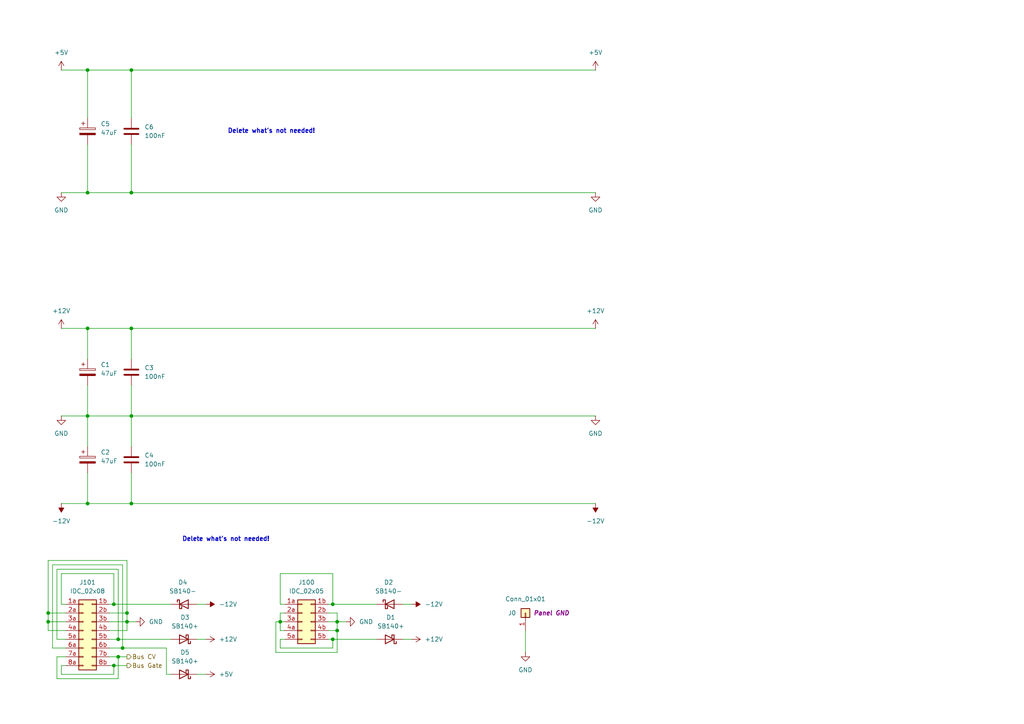
<source format=kicad_sch>
(kicad_sch (version 20250114) (generator "eeschema") (generator_version "9.0")
  (paper "A4")
  (title_block (title "Power Distribution") (company "DMH Instruments") (comment 1 "PCB for 5 cm Kosmo format synthesizer module"))
  (lib_symbols
    (symbol "Connector_Generic:Conn_01x01" (pin_names (offset 1.016) (hide yes))
      (property "Reference" "J" (at 0 2.54 0))
      (property "Value" "Conn_01x01" (at 0 -2.54 0))
      (symbol "Conn_01x01_1_1"
        (rectangle (start -1.27 1.27) (end 1.27 -1.27) (stroke (width 0.254)) (fill (type background)))
        (rectangle (start -1.27 0.127) (end 0 -0.127) (stroke (width 0.1524)))
        (pin passive line (at -5.08 0 0) (length 3.81) (name "Pin_1") (number "1"))
      )
    )
    (symbol "Device:C" (pin_numbers (hide yes)) (pin_names (offset 0.254))
      (property "Reference" "C" (at 0.635 2.54 0))
      (property "Value" "C" (at 0.635 -2.54 0))
      (symbol "C_0_1"
        (polyline (pts (xy -2.032 0.762) (xy 2.032 0.762)) (stroke (width 0.508)))
        (polyline (pts (xy -2.032 -0.762) (xy 2.032 -0.762)) (stroke (width 0.508)))
      )
      (symbol "C_1_1"
        (pin passive line (at 0 3.81 270) (length 2.794) (name "~") (number "1"))
        (pin passive line (at 0 -3.81 90) (length 2.794) (name "~") (number "2"))
      )
    )
    (symbol "Device:C_Polarized" (pin_numbers (hide yes)) (pin_names (offset 0.254))
      (property "Reference" "C" (at 0.635 2.54 0))
      (property "Value" "C_Polarized" (at 0.635 -2.54 0))
      (symbol "C_Polarized_0_1"
        (rectangle (start -2.286 0.508) (end 2.286 1.016))
        (polyline (pts (xy -1.778 2.286) (xy -0.762 2.286)))
        (polyline (pts (xy -1.27 2.794) (xy -1.27 1.778)))
        (rectangle (start 2.286 -0.508) (end -2.286 -1.016) (fill (type outline)))
      )
      (symbol "C_Polarized_1_1"
        (pin passive line (at 0 3.81 270) (length 2.794) (name "~") (number "1"))
        (pin passive line (at 0 -3.81 90) (length 2.794) (name "~") (number "2"))
      )
    )
    (symbol "SynthStuff:Eurorack_Power_Connector_10Pin" (pin_names (offset 1.016) (hide yes))
      (property "Reference" "J" (at 0 -10.922 0))
      (property "Value" "IDC_02x05" (at 0 -8.382 0))
      (symbol "Eurorack_Power_Connector_10Pin_1_1"
        (rectangle (start -2.54 6.35) (end 2.54 -6.35) (stroke (width 0.254)) (fill (type background)))
        (rectangle (start -2.54 5.207) (end -1.27 4.953) (stroke (width 0.1524)))
        (rectangle (start -2.54 2.667) (end -1.27 2.413) (stroke (width 0.1524)))
        (rectangle (start -2.54 0.127) (end -1.27 -0.127) (stroke (width 0.1524)))
        (rectangle (start -2.54 -2.413) (end -1.27 -2.667) (stroke (width 0.1524)))
        (rectangle (start -2.54 -4.953) (end -1.27 -5.207) (stroke (width 0.1524)))
        (rectangle (start 2.54 5.207) (end 1.27 4.953) (stroke (width 0.1524)))
        (rectangle (start 2.54 2.667) (end 1.27 2.413) (stroke (width 0.1524)))
        (rectangle (start 2.54 0.127) (end 1.27 -0.127) (stroke (width 0.1524)))
        (rectangle (start 2.54 -2.413) (end 1.27 -2.667) (stroke (width 0.1524)))
        (rectangle (start 2.54 -4.953) (end 1.27 -5.207) (stroke (width 0.1524)))
        (pin power_out line (at -6.35 5.08 0) (length 3.81) (name "Pin_1a") (number "1a"))
        (pin power_out line (at -6.35 2.54 0) (length 3.81) (name "Pin_2a") (number "2a"))
        (pin passive line (at -6.35 0 0) (length 3.81) (name "Pin_3a") (number "3a"))
        (pin passive line (at -6.35 -2.54 0) (length 3.81) (name "Pin_4a") (number "4a"))
        (pin power_out line (at -6.35 -5.08 0) (length 3.81) (name "Pin_5a") (number "5a"))
        (pin passive line (at 6.35 5.08 180) (length 3.81) (name "Pin_1b") (number "1b"))
        (pin passive line (at 6.35 2.54 180) (length 3.81) (name "Pin_2b") (number "2b"))
        (pin passive line (at 6.35 0 180) (length 3.81) (name "Pin_3b") (number "3b"))
        (pin passive line (at 6.35 -2.54 180) (length 3.81) (name "Pin_4b") (number "4b"))
        (pin passive line (at 6.35 -5.08 180) (length 3.81) (name "Pin_5b") (number "5b"))
      )
    )
    (symbol "SynthStuff:Eurorack_Power_Connector_16Pin" (pin_names (offset 1.016) (hide yes))
      (property "Reference" "J" (at 1.27 -16.51 0))
      (property "Value" "IDC_02x08" (at 1.27 -13.97 0))
      (symbol "Eurorack_Power_Connector_16Pin_1_1"
        (rectangle (start -1.27 8.89) (end 3.81 -11.43) (stroke (width 0.254)) (fill (type background)))
        (rectangle (start -1.27 7.747) (end 0 7.493) (stroke (width 0.1524)))
        (rectangle (start -1.27 5.207) (end 0 4.953) (stroke (width 0.1524)))
        (rectangle (start -1.27 2.667) (end 0 2.413) (stroke (width 0.1524)))
        (rectangle (start -1.27 0.127) (end 0 -0.127) (stroke (width 0.1524)))
        (rectangle (start -1.27 -2.413) (end 0 -2.667) (stroke (width 0.1524)))
        (rectangle (start -1.27 -4.953) (end 0 -5.207) (stroke (width 0.1524)))
        (rectangle (start -1.27 -7.493) (end 0 -7.747) (stroke (width 0.1524)))
        (rectangle (start -1.27 -10.033) (end 0 -10.287) (stroke (width 0.1524)))
        (rectangle (start 3.81 7.747) (end 2.54 7.493) (stroke (width 0.1524)))
        (rectangle (start 3.81 5.207) (end 2.54 4.953) (stroke (width 0.1524)))
        (rectangle (start 3.81 2.667) (end 2.54 2.413) (stroke (width 0.1524)))
        (rectangle (start 3.81 0.127) (end 2.54 -0.127) (stroke (width 0.1524)))
        (rectangle (start 3.81 -2.413) (end 2.54 -2.667) (stroke (width 0.1524)))
        (rectangle (start 3.81 -4.953) (end 2.54 -5.207) (stroke (width 0.1524)))
        (rectangle (start 3.81 -7.493) (end 2.54 -7.747) (stroke (width 0.1524)))
        (rectangle (start 3.81 -10.033) (end 2.54 -10.287) (stroke (width 0.1524)))
        (pin power_out line (at -5.08 7.62 0) (length 3.81) (name "Pin_1a") (number "1a"))
        (pin power_out line (at -5.08 5.08 0) (length 3.81) (name "Pin_2a") (number "2a"))
        (pin passive line (at -5.08 2.54 0) (length 3.81) (name "Pin_3a") (number "3a"))
        (pin passive line (at -5.08 0 0) (length 3.81) (name "Pin_4a") (number "4a"))
        (pin power_out line (at -5.08 -2.54 0) (length 3.81) (name "Pin_5a") (number "5a"))
        (pin power_out line (at -5.08 -5.08 0) (length 3.81) (name "Pin_6a") (number "6a"))
        (pin passive line (at -5.08 -7.62 0) (length 3.81) (name "Pin_7a") (number "7a"))
        (pin passive line (at -5.08 -10.16 0) (length 3.81) (name "Pin_8a") (number "8a"))
        (pin passive line (at 7.62 7.62 180) (length 3.81) (name "Pin_1b") (number "1b"))
        (pin passive line (at 7.62 5.08 180) (length 3.81) (name "Pin_2b") (number "2b"))
        (pin passive line (at 7.62 2.54 180) (length 3.81) (name "Pin_3b") (number "3b"))
        (pin passive line (at 7.62 0 180) (length 3.81) (name "Pin_4b") (number "4b"))
        (pin passive line (at 7.62 -2.54 180) (length 3.81) (name "Pin_5b") (number "5b"))
        (pin passive line (at 7.62 -5.08 180) (length 3.81) (name "Pin_6b") (number "6b"))
        (pin passive line (at 7.62 -7.62 180) (length 3.81) (name "Pin_7b") (number "7b"))
        (pin passive line (at 7.62 -10.16 180) (length 3.81) (name "Pin_8b") (number "8b"))
      )
    )
    (symbol "SynthStuff:Power_Bus_Schotty_+" (pin_numbers (hide yes)) (pin_names (offset 1.016) (hide yes))
      (property "Reference" "D" (at 0 2.54 0))
      (property "Value" "SB140+" (at 0 -2.54 0))
      (symbol "Power_Bus_Schotty_+_0_1"
        (polyline (pts (xy -1.905 0.635) (xy -1.905 1.27) (xy -1.27 1.27) (xy -1.27 -1.27) (xy -0.635 -1.27) (xy -0.635 -0.635)) (stroke (width 0.254)))
        (polyline (pts (xy 1.27 1.27) (xy 1.27 -1.27) (xy -1.27 0) (xy 1.27 1.27)) (stroke (width 0.254)))
        (polyline (pts (xy 1.27 0) (xy -1.27 0)))
      )
      (symbol "Power_Bus_Schotty_+_1_1"
        (pin power_out line (at -3.81 0 0) (length 2.54) (name "K") (number "1"))
        (pin power_in line (at 3.81 0 180) (length 2.54) (name "A") (number "2"))
      )
    )
    (symbol "SynthStuff:Power_Bus_Schotty_-" (pin_numbers (hide yes)) (pin_names (offset 1.016) (hide yes))
      (property "Reference" "D" (at 0 2.54 0))
      (property "Value" "SB140-" (at 0 -2.54 0))
      (symbol "Power_Bus_Schotty_-_0_1"
        (polyline (pts (xy -1.905 0.635) (xy -1.905 1.27) (xy -1.27 1.27) (xy -1.27 -1.27) (xy -0.635 -1.27) (xy -0.635 -0.635)) (stroke (width 0.254)))
        (polyline (pts (xy 1.27 1.27) (xy 1.27 -1.27) (xy -1.27 0) (xy 1.27 1.27)) (stroke (width 0.254)))
        (polyline (pts (xy 1.27 0) (xy -1.27 0)))
      )
      (symbol "Power_Bus_Schotty_-_1_1"
        (pin power_in line (at -3.81 0 0) (length 2.54) (name "K") (number "1"))
        (pin power_out line (at 3.81 0 180) (length 2.54) (name "A") (number "2"))
      )
    )
    (symbol "power:+12V" (power) (pin_numbers (hide yes)) (pin_names (offset 0) (hide yes))
      (property "Value" "+12V" (at 0 3.556 0))
      (symbol "+12V_0_1"
        (polyline (pts (xy -0.762 1.27) (xy 0 2.54)))
        (polyline (pts (xy 0 2.54) (xy 0.762 1.27)))
        (polyline (pts (xy 0 0) (xy 0 2.54)))
      )
      (symbol "+12V_1_1"
        (pin power_in line (at 0 0 90) (length 0) (name "~") (number "1"))
      )
    )
    (symbol "power:+5V" (power) (pin_numbers (hide yes)) (pin_names (offset 0) (hide yes))
      (property "Value" "+5V" (at 0 3.556 0))
      (symbol "+5V_0_1"
        (polyline (pts (xy -0.762 1.27) (xy 0 2.54)))
        (polyline (pts (xy 0 2.54) (xy 0.762 1.27)))
        (polyline (pts (xy 0 0) (xy 0 2.54)))
      )
      (symbol "+5V_1_1"
        (pin power_in line (at 0 0 90) (length 0) (name "~") (number "1"))
      )
    )
    (symbol "power:-12V" (power) (pin_numbers (hide yes)) (pin_names (offset 0) (hide yes))
      (property "Value" "-12V" (at 0 3.556 0))
      (symbol "-12V_0_0"
        (pin power_in line (at 0 0 90) (length 0) (name "~") (number "1"))
      )
      (symbol "-12V_0_1"
        (polyline (pts (xy 0 0) (xy 0 1.27) (xy 0.762 1.27) (xy 0 2.54) (xy -0.762 1.27) (xy 0 1.27)) (fill (type outline)))
      )
    )
    (symbol "power:GND" (power) (pin_numbers (hide yes)) (pin_names (offset 0) (hide yes))
      (property "Value" "GND" (at 0 -3.81 0))
      (symbol "GND_0_1"
        (polyline (pts (xy 0 0) (xy 0 -1.27) (xy 1.27 -1.27) (xy 0 -2.54) (xy -1.27 -1.27) (xy 0 -1.27)))
      )
      (symbol "GND_1_1"
        (pin power_in line (at 0 0 270) (length 0) (name "~") (number "1"))
      )
    )
  )
  (text "Delete what's not needed!" (exclude_from_sim yes) (at 65.532 156.464 0) (effects (font (size 1.27 1.27) (thickness 0.254) (bold yes))))
  (text "Delete what's not needed!" (exclude_from_sim yes) (at 78.74 38.1 0) (effects (font (size 1.27 1.27) (bold yes))))
  (junction (at 38.1 55.88))
  (junction (at 33.02 193.04))
  (junction (at 25.4 55.88))
  (junction (at 81.28 180.34))
  (junction (at 97.79 180.34))
  (junction (at 33.02 175.26))
  (junction (at 25.4 120.65))
  (junction (at 38.1 146.05))
  (junction (at 36.83 180.34))
  (junction (at 35.56 187.96))
  (junction (at 96.52 175.26))
  (junction (at 34.29 185.42))
  (junction (at 38.1 20.32))
  (junction (at 97.79 182.88))
  (junction (at 25.4 146.05))
  (junction (at 25.4 20.32))
  (junction (at 36.83 177.8))
  (junction (at 13.97 180.34))
  (junction (at 96.52 185.42))
  (junction (at 38.1 120.65))
  (junction (at 25.4 95.25))
  (junction (at 34.29 190.5))
  (junction (at 13.97 177.8))
  (junction (at 38.1 95.25))
  (wire (pts (xy 96.52 175.26) (xy 109.22 175.26)))
  (wire (pts (xy 33.02 193.04) (xy 36.83 193.04)))
  (wire (pts (xy 25.4 20.32) (xy 25.4 34.29)))
  (wire (pts (xy 81.28 166.37) (xy 96.52 166.37)))
  (wire (pts (xy 13.97 162.56) (xy 13.97 177.8)))
  (wire (pts (xy 33.02 195.58) (xy 33.02 193.04)))
  (wire (pts (xy 38.1 20.32) (xy 172.72 20.32)))
  (wire (pts (xy 15.24 163.83) (xy 35.56 163.83)))
  (wire (pts (xy 17.78 55.88) (xy 25.4 55.88)))
  (wire (pts (xy 81.28 180.34) (xy 80.01 180.34)))
  (wire (pts (xy 95.25 185.42) (xy 96.52 185.42)))
  (wire (pts (xy 35.56 163.83) (xy 35.56 187.96)))
  (wire (pts (xy 17.78 120.65) (xy 25.4 120.65)))
  (wire (pts (xy 13.97 180.34) (xy 13.97 177.8)))
  (wire (pts (xy 35.56 187.96) (xy 48.26 187.96)))
  (wire (pts (xy 81.28 177.8) (xy 82.55 177.8)))
  (wire (pts (xy 95.25 180.34) (xy 97.79 180.34)))
  (wire (pts (xy 97.79 189.23) (xy 97.79 182.88)))
  (wire (pts (xy 25.4 55.88) (xy 38.1 55.88)))
  (wire (pts (xy 34.29 165.1) (xy 34.29 185.42)))
  (wire (pts (xy 116.84 185.42) (xy 119.38 185.42)))
  (wire (pts (xy 17.78 20.32) (xy 25.4 20.32)))
  (wire (pts (xy 25.4 146.05) (xy 38.1 146.05)))
  (wire (pts (xy 19.05 180.34) (xy 13.97 180.34)))
  (wire (pts (xy 19.05 185.42) (xy 16.51 185.42)))
  (wire (pts (xy 38.1 20.32) (xy 38.1 34.29)))
  (wire (pts (xy 38.1 146.05) (xy 172.72 146.05)))
  (wire (pts (xy 82.55 182.88) (xy 81.28 182.88)))
  (wire (pts (xy 81.28 175.26) (xy 81.28 166.37)))
  (wire (pts (xy 25.4 95.25) (xy 25.4 104.14)))
  (wire (pts (xy 38.1 41.91) (xy 38.1 55.88)))
  (wire (pts (xy 25.4 20.32) (xy 38.1 20.32)))
  (wire (pts (xy 34.29 190.5) (xy 34.29 196.85)))
  (wire (pts (xy 38.1 120.65) (xy 172.72 120.65)))
  (wire (pts (xy 96.52 166.37) (xy 96.52 175.26)))
  (wire (pts (xy 17.78 95.25) (xy 25.4 95.25)))
  (wire (pts (xy 31.75 185.42) (xy 34.29 185.42)))
  (wire (pts (xy 19.05 177.8) (xy 13.97 177.8)))
  (wire (pts (xy 36.83 162.56) (xy 13.97 162.56)))
  (wire (pts (xy 31.75 182.88) (xy 36.83 182.88)))
  (wire (pts (xy 152.4 182.88) (xy 152.4 189.23)))
  (wire (pts (xy 31.75 187.96) (xy 35.56 187.96)))
  (wire (pts (xy 25.4 95.25) (xy 38.1 95.25)))
  (wire (pts (xy 25.4 41.91) (xy 25.4 55.88)))
  (wire (pts (xy 81.28 182.88) (xy 81.28 180.34)))
  (wire (pts (xy 19.05 182.88) (xy 13.97 182.88)))
  (wire (pts (xy 31.75 193.04) (xy 33.02 193.04)))
  (wire (pts (xy 34.29 185.42) (xy 49.53 185.42)))
  (wire (pts (xy 34.29 190.5) (xy 36.83 190.5)))
  (wire (pts (xy 36.83 177.8) (xy 36.83 162.56)))
  (wire (pts (xy 31.75 180.34) (xy 36.83 180.34)))
  (wire (pts (xy 19.05 175.26) (xy 17.78 175.26)))
  (wire (pts (xy 19.05 190.5) (xy 16.51 190.5)))
  (wire (pts (xy 31.75 175.26) (xy 33.02 175.26)))
  (wire (pts (xy 38.1 95.25) (xy 38.1 104.14)))
  (wire (pts (xy 82.55 175.26) (xy 81.28 175.26)))
  (wire (pts (xy 19.05 187.96) (xy 15.24 187.96)))
  (wire (pts (xy 48.26 195.58) (xy 49.53 195.58)))
  (wire (pts (xy 57.15 175.26) (xy 59.69 175.26)))
  (wire (pts (xy 57.15 185.42) (xy 59.69 185.42)))
  (wire (pts (xy 97.79 177.8) (xy 97.79 180.34)))
  (wire (pts (xy 36.83 182.88) (xy 36.83 180.34)))
  (wire (pts (xy 25.4 111.76) (xy 25.4 120.65)))
  (wire (pts (xy 82.55 185.42) (xy 81.28 185.42)))
  (wire (pts (xy 116.84 175.26) (xy 119.38 175.26)))
  (wire (pts (xy 25.4 120.65) (xy 25.4 129.54)))
  (wire (pts (xy 81.28 185.42) (xy 81.28 187.96)))
  (wire (pts (xy 95.25 182.88) (xy 97.79 182.88)))
  (wire (pts (xy 95.25 177.8) (xy 97.79 177.8)))
  (wire (pts (xy 16.51 165.1) (xy 34.29 165.1)))
  (wire (pts (xy 33.02 166.37) (xy 33.02 175.26)))
  (wire (pts (xy 81.28 180.34) (xy 82.55 180.34)))
  (wire (pts (xy 38.1 137.16) (xy 38.1 146.05)))
  (wire (pts (xy 17.78 166.37) (xy 33.02 166.37)))
  (wire (pts (xy 81.28 187.96) (xy 96.52 187.96)))
  (wire (pts (xy 31.75 190.5) (xy 34.29 190.5)))
  (wire (pts (xy 97.79 180.34) (xy 100.33 180.34)))
  (wire (pts (xy 17.78 195.58) (xy 33.02 195.58)))
  (wire (pts (xy 38.1 111.76) (xy 38.1 120.65)))
  (wire (pts (xy 16.51 196.85) (xy 34.29 196.85)))
  (wire (pts (xy 80.01 189.23) (xy 97.79 189.23)))
  (wire (pts (xy 38.1 95.25) (xy 172.72 95.25)))
  (wire (pts (xy 33.02 175.26) (xy 49.53 175.26)))
  (wire (pts (xy 80.01 180.34) (xy 80.01 189.23)))
  (wire (pts (xy 57.15 195.58) (xy 59.69 195.58)))
  (wire (pts (xy 25.4 137.16) (xy 25.4 146.05)))
  (wire (pts (xy 96.52 187.96) (xy 96.52 185.42)))
  (wire (pts (xy 97.79 182.88) (xy 97.79 180.34)))
  (wire (pts (xy 17.78 193.04) (xy 17.78 195.58)))
  (wire (pts (xy 16.51 190.5) (xy 16.51 196.85)))
  (wire (pts (xy 19.05 193.04) (xy 17.78 193.04)))
  (wire (pts (xy 17.78 146.05) (xy 25.4 146.05)))
  (wire (pts (xy 81.28 180.34) (xy 81.28 177.8)))
  (wire (pts (xy 48.26 187.96) (xy 48.26 195.58)))
  (wire (pts (xy 95.25 175.26) (xy 96.52 175.26)))
  (wire (pts (xy 36.83 180.34) (xy 39.37 180.34)))
  (wire (pts (xy 31.75 177.8) (xy 36.83 177.8)))
  (wire (pts (xy 13.97 182.88) (xy 13.97 180.34)))
  (wire (pts (xy 15.24 187.96) (xy 15.24 163.83)))
  (wire (pts (xy 16.51 185.42) (xy 16.51 165.1)))
  (wire (pts (xy 38.1 55.88) (xy 172.72 55.88)))
  (wire (pts (xy 17.78 175.26) (xy 17.78 166.37)))
  (wire (pts (xy 36.83 180.34) (xy 36.83 177.8)))
  (wire (pts (xy 96.52 185.42) (xy 109.22 185.42)))
  (wire (pts (xy 38.1 120.65) (xy 38.1 129.54)))
  (wire (pts (xy 25.4 120.65) (xy 38.1 120.65)))
  (hierarchical_label "Bus Gate" (shape output) (at 36.83 193.04 0))
  (hierarchical_label "Bus CV" (shape output) (at 36.83 190.5 0))
  (symbol (lib_id "Device:C") (at 38.1 107.95 0) (unit 1)
    (property "Reference" "C3" (at 41.91 106.6799 0) (effects (justify left)))
    (property "Value" "100nF" (at 41.91 109.2199 0) (effects (justify left)))
    (property "Footprint" "Capacitor_THT:C_Disc_D4.3mm_W1.9mm_P5.00mm" (effects (hide yes)))
    (property "Description" "Unpolarized capacitor" (effects (hide yes)))
  )
  (symbol (lib_id "power:+5V") (at 172.72 20.32 0) (unit 1)
    (property "Reference" "#PWR011" (effects (hide yes)))
    (property "Value" "+5V" (at 172.72 15.24 0))
    (property "Description" "Power symbol creates a global label with name \"+5V\"" (effects (hide yes)))
  )
  (symbol (lib_id "power:+5V") (at 17.78 20.32 0) (unit 1)
    (property "Reference" "#PWR09" (effects (hide yes)))
    (property "Value" "+5V" (at 17.78 15.24 0))
    (property "Description" "Power symbol creates a global label with name \"+5V\"" (effects (hide yes)))
  )
  (symbol (lib_id "Device:C_Polarized") (at 25.4 133.35 0) (unit 1)
    (property "Reference" "C2" (at 29.21 131.1909 0) (effects (justify left)))
    (property "Value" "47uF" (at 29.21 133.7309 0) (effects (justify left)))
    (property "Footprint" "Capacitor_THT:CP_Radial_D5.0mm_P2.00mm" (effects (hide yes)))
    (property "Description" "Polarized capacitor" (effects (hide yes)))
  )
  (symbol (lib_id "power:+12V") (at 59.69 185.42 270) (unit 1)
    (property "Reference" "#PWR02" (effects (hide yes)))
    (property "Value" "+12V" (at 63.5 185.4199 90) (effects (justify left)))
    (property "Description" "Power symbol creates a global label with name \"+12V\"" (effects (hide yes)))
  )
  (symbol (lib_id "Connector_Generic:Conn_01x01") (at 152.4 177.8 90) (unit 1)
    (property "Reference" "J0" (at 147.32 177.8 90) (effects (justify right)))
    (property "Value" "Conn_01x01" (at 152.4 173.736 90))
    (property "Footprint" "Connector_PinHeader_2.54mm:PinHeader_1x01_P2.54mm_Vertical" (effects (hide yes)))
    (property "Description" "Generic connector, single row, 01x01, script generated (kicad-library-utils/schlib/autogen/connector/)" (effects (hide yes)))
    (property "Function" "Panel GND" (at 160.02 177.8 90) (effects (font (thickness 0.254) (bold yes) (italic yes))))
  )
  (symbol (lib_id "power:+12V") (at 17.78 95.25 0) (unit 1)
    (property "Reference" "#PWR013" (effects (hide yes)))
    (property "Value" "+12V" (at 17.78 90.17 0))
    (property "Description" "Power symbol creates a global label with name \"+12V\"" (effects (hide yes)))
  )
  (symbol (lib_id "power:GND") (at 17.78 55.88 0) (unit 1)
    (property "Reference" "#PWR010" (effects (hide yes)))
    (property "Value" "GND" (at 17.78 60.96 0))
    (property "Description" "Power symbol creates a global label with name \"GND\" , ground" (effects (hide yes)))
  )
  (symbol (lib_id "power:-12V") (at 119.38 175.26 270) (unit 1)
    (property "Reference" "#PWR05" (effects (hide yes)))
    (property "Value" "-12V" (at 123.19 175.2599 90) (effects (justify left)))
    (property "Description" "Power symbol creates a global label with name \"-12V\"" (effects (hide yes)))
  )
  (symbol (lib_id "power:GND") (at 39.37 180.34 90) (unit 1)
    (property "Reference" "#PWR04" (effects (hide yes)))
    (property "Value" "GND" (at 43.18 180.3399 90) (effects (justify right)))
    (property "Description" "Power symbol creates a global label with name \"GND\" , ground" (effects (hide yes)))
  )
  (symbol (lib_id "power:-12V") (at 17.78 146.05 180) (unit 1)
    (property "Reference" "#PWR017" (effects (hide yes)))
    (property "Value" "-12V" (at 17.78 151.13 0))
    (property "Description" "Power symbol creates a global label with name \"-12V\"" (effects (hide yes)))
  )
  (symbol (lib_id "SynthStuff:Eurorack_Power_Connector_10Pin") (at 88.9 180.34 0) (unit 1)
    (property "Reference" "J100" (at 88.9 168.91 0))
    (property "Value" "IDC_02x05" (at 88.9 171.45 0))
    (property "Footprint" "SynthStuff:IDC-Header_2x05_P2.54mm_Vertical_Eurorack" (effects (hide yes)))
    (property "Description" "IDC jack, 2x5 pins, row a carries same signals as row b." (effects (hide yes)))
  )
  (symbol (lib_id "power:GND") (at 152.4 189.23 0) (unit 1)
    (property "Reference" "#PWR08" (effects (hide yes)))
    (property "Value" "GND" (at 152.4 194.31 0))
    (property "Description" "Power symbol creates a global label with name \"GND\" , ground" (effects (hide yes)))
  )
  (symbol (lib_id "power:+5V") (at 59.69 195.58 270) (unit 1)
    (property "Reference" "#PWR03" (effects (hide yes)))
    (property "Value" "+5V" (at 63.5 195.5799 90) (effects (justify left)))
    (property "Description" "Power symbol creates a global label with name \"+5V\"" (effects (hide yes)))
  )
  (symbol (lib_id "Device:C") (at 38.1 133.35 0) (unit 1)
    (property "Reference" "C4" (at 41.91 132.0799 0) (effects (justify left)))
    (property "Value" "100nF" (at 41.91 134.6199 0) (effects (justify left)))
    (property "Footprint" "Capacitor_THT:C_Disc_D4.3mm_W1.9mm_P5.00mm" (effects (hide yes)))
    (property "Description" "Unpolarized capacitor" (effects (hide yes)))
  )
  (symbol (lib_id "power:GND") (at 17.78 120.65 0) (unit 1)
    (property "Reference" "#PWR015" (effects (hide yes)))
    (property "Value" "GND" (at 17.78 125.73 0))
    (property "Description" "Power symbol creates a global label with name \"GND\" , ground" (effects (hide yes)))
  )
  (symbol (lib_id "Device:C_Polarized") (at 25.4 38.1 0) (unit 1)
    (property "Reference" "C5" (at 29.21 35.9409 0) (effects (justify left)))
    (property "Value" "47uF" (at 29.21 38.4809 0) (effects (justify left)))
    (property "Footprint" "Capacitor_THT:CP_Radial_D4.0mm_P1.50mm" (effects (hide yes)))
    (property "Description" "Polarized capacitor" (effects (hide yes)))
  )
  (symbol (lib_id "power:-12V") (at 59.69 175.26 270) (unit 1)
    (property "Reference" "#PWR01" (effects (hide yes)))
    (property "Value" "-12V" (at 63.5 175.2599 90) (effects (justify left)))
    (property "Description" "Power symbol creates a global label with name \"-12V\"" (effects (hide yes)))
  )
  (symbol (lib_id "power:+12V") (at 172.72 95.25 0) (unit 1)
    (property "Reference" "#PWR014" (effects (hide yes)))
    (property "Value" "+12V" (at 172.72 90.17 0))
    (property "Description" "Power symbol creates a global label with name \"+12V\"" (effects (hide yes)))
  )
  (symbol (lib_id "power:GND") (at 172.72 120.65 0) (unit 1)
    (property "Reference" "#PWR016" (effects (hide yes)))
    (property "Value" "GND" (at 172.72 125.73 0))
    (property "Description" "Power symbol creates a global label with name \"GND\" , ground" (effects (hide yes)))
  )
  (symbol (lib_id "SynthStuff:Power_Bus_Schotty_+") (at 113.03 185.42 180) (unit 1)
    (property "Reference" "D1" (at 113.3475 179.07 0))
    (property "Value" "SB140+" (at 113.3475 181.61 0))
    (property "Footprint" "Diode_THT:D_DO-41_SOD81_P10.16mm_Horizontal" (effects (hide yes)))
    (property "Datasheet" "http://www.diodes.com/_files/datasheets/ds23022.pdf" (effects (hide yes)))
    (property "Description" "40V 1A Schottky Barrier Rectifier Diode, DO-41" (effects (hide yes)))
  )
  (symbol (lib_id "SynthStuff:Power_Bus_Schotty_-") (at 53.34 175.26 0) (unit 1)
    (property "Reference" "D4" (at 53.0225 168.91 0))
    (property "Value" "SB140-" (at 53.0225 171.45 0))
    (property "Footprint" "Diode_THT:D_DO-41_SOD81_P10.16mm_Horizontal" (effects (hide yes)))
    (property "Datasheet" "http://www.diodes.com/_files/datasheets/ds23022.pdf" (effects (hide yes)))
    (property "Description" "40V 1A Schottky Barrier Rectifier Diode, DO-41" (effects (hide yes)))
  )
  (symbol (lib_id "SynthStuff:Power_Bus_Schotty_+") (at 53.34 185.42 180) (unit 1)
    (property "Reference" "D3" (at 53.6575 179.07 0))
    (property "Value" "SB140+" (at 53.6575 181.61 0))
    (property "Footprint" "Diode_THT:D_DO-41_SOD81_P10.16mm_Horizontal" (effects (hide yes)))
    (property "Datasheet" "http://www.diodes.com/_files/datasheets/ds23022.pdf" (effects (hide yes)))
    (property "Description" "40V 1A Schottky Barrier Rectifier Diode, DO-41" (effects (hide yes)))
  )
  (symbol (lib_id "SynthStuff:Power_Bus_Schotty_+") (at 53.34 195.58 180) (unit 1)
    (property "Reference" "D5" (at 53.6575 189.23 0))
    (property "Value" "SB140+" (at 53.6575 191.77 0))
    (property "Footprint" "Diode_THT:D_DO-41_SOD81_P10.16mm_Horizontal" (effects (hide yes)))
    (property "Datasheet" "http://www.diodes.com/_files/datasheets/ds23022.pdf" (effects (hide yes)))
    (property "Description" "40V 1A Schottky Barrier Rectifier Diode, DO-41" (effects (hide yes)))
  )
  (symbol (lib_id "Device:C") (at 38.1 38.1 0) (unit 1)
    (property "Reference" "C6" (at 41.91 36.8299 0) (effects (justify left)))
    (property "Value" "100nF" (at 41.91 39.3699 0) (effects (justify left)))
    (property "Footprint" "Capacitor_THT:C_Disc_D4.3mm_W1.9mm_P5.00mm" (effects (hide yes)))
    (property "Description" "Unpolarized capacitor" (effects (hide yes)))
  )
  (symbol (lib_id "power:+12V") (at 119.38 185.42 270) (unit 1)
    (property "Reference" "#PWR06" (effects (hide yes)))
    (property "Value" "+12V" (at 123.19 185.4199 90) (effects (justify left)))
    (property "Description" "Power symbol creates a global label with name \"+12V\"" (effects (hide yes)))
  )
  (symbol (lib_id "Device:C_Polarized") (at 25.4 107.95 0) (unit 1)
    (property "Reference" "C1" (at 29.21 105.7909 0) (effects (justify left)))
    (property "Value" "47uF" (at 29.21 108.3309 0) (effects (justify left)))
    (property "Footprint" "Capacitor_THT:CP_Radial_D5.0mm_P2.00mm" (effects (hide yes)))
    (property "Description" "Polarized capacitor" (effects (hide yes)))
  )
  (symbol (lib_id "power:-12V") (at 172.72 146.05 180) (unit 1)
    (property "Reference" "#PWR018" (effects (hide yes)))
    (property "Value" "-12V" (at 172.72 151.13 0))
    (property "Description" "Power symbol creates a global label with name \"-12V\"" (effects (hide yes)))
  )
  (symbol (lib_id "SynthStuff:Power_Bus_Schotty_-") (at 113.03 175.26 0) (unit 1)
    (property "Reference" "D2" (at 112.7125 168.91 0))
    (property "Value" "SB140-" (at 112.7125 171.45 0))
    (property "Footprint" "Diode_THT:D_DO-41_SOD81_P10.16mm_Horizontal" (effects (hide yes)))
    (property "Datasheet" "http://www.diodes.com/_files/datasheets/ds23022.pdf" (effects (hide yes)))
    (property "Description" "40V 1A Schottky Barrier Rectifier Diode, DO-41" (effects (hide yes)))
  )
  (symbol (lib_id "SynthStuff:Eurorack_Power_Connector_16Pin") (at 24.13 182.88 0) (unit 1)
    (property "Reference" "J101" (at 25.4 168.91 0))
    (property "Value" "IDC_02x08" (at 25.4 171.45 0))
    (property "Footprint" "SynthStuff:IDC-Header_2x08_P2.54mm_Vertical_Eurorack" (effects (hide yes)))
    (property "Description" "IDC jack, 2x8 pins, row a carries same signals as row b." (effects (hide yes)))
  )
  (symbol (lib_id "power:GND") (at 172.72 55.88 0) (unit 1)
    (property "Reference" "#PWR012" (effects (hide yes)))
    (property "Value" "GND" (at 172.72 60.96 0))
    (property "Description" "Power symbol creates a global label with name \"GND\" , ground" (effects (hide yes)))
  )
  (symbol (lib_id "power:GND") (at 100.33 180.34 90) (unit 1)
    (property "Reference" "#PWR07" (effects (hide yes)))
    (property "Value" "GND" (at 104.14 180.3399 90) (effects (justify right)))
    (property "Description" "Power symbol creates a global label with name \"GND\" , ground" (effects (hide yes)))
  )
)
</source>
